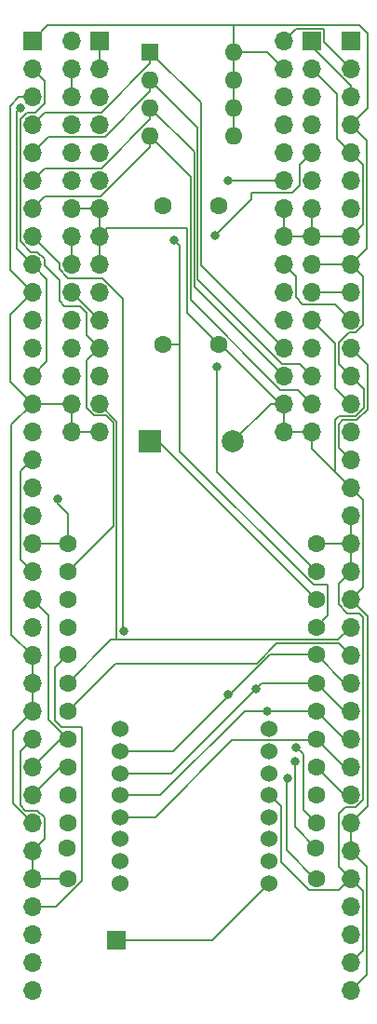
<source format=gtl>
%TF.GenerationSoftware,KiCad,Pcbnew,(6.0.5)*%
%TF.CreationDate,2022-06-27T00:12:11-04:00*%
%TF.ProjectId,sensor_node,73656e73-6f72-45f6-9e6f-64652e6b6963,rev?*%
%TF.SameCoordinates,Original*%
%TF.FileFunction,Copper,L1,Top*%
%TF.FilePolarity,Positive*%
%FSLAX46Y46*%
G04 Gerber Fmt 4.6, Leading zero omitted, Abs format (unit mm)*
G04 Created by KiCad (PCBNEW (6.0.5)) date 2022-06-27 00:12:11*
%MOMM*%
%LPD*%
G01*
G04 APERTURE LIST*
%TA.AperFunction,ComponentPad*%
%ADD10C,1.600000*%
%TD*%
%TA.AperFunction,ComponentPad*%
%ADD11R,1.600000X1.600000*%
%TD*%
%TA.AperFunction,ComponentPad*%
%ADD12O,1.600000X1.600000*%
%TD*%
%TA.AperFunction,ComponentPad*%
%ADD13C,1.524000*%
%TD*%
%TA.AperFunction,ComponentPad*%
%ADD14R,1.700000X1.700000*%
%TD*%
%TA.AperFunction,ComponentPad*%
%ADD15O,1.700000X1.700000*%
%TD*%
%TA.AperFunction,ComponentPad*%
%ADD16R,2.000000X2.000000*%
%TD*%
%TA.AperFunction,ComponentPad*%
%ADD17C,2.000000*%
%TD*%
%TA.AperFunction,ViaPad*%
%ADD18C,0.800000*%
%TD*%
%TA.AperFunction,Conductor*%
%ADD19C,0.150000*%
%TD*%
G04 APERTURE END LIST*
D10*
%TO.P,SW2,1,1*%
%TO.N,/BTN2*%
X142460000Y-88600000D03*
%TO.P,SW2,2,2*%
%TO.N,GND*%
X147540000Y-88600000D03*
%TO.P,SW2,3*%
%TO.N,N/C*%
X142460000Y-76000000D03*
%TO.P,SW2,4*%
X147540000Y-76000000D03*
%TD*%
D11*
%TO.P,SW3,1*%
%TO.N,/#SCK*%
X141266500Y-61986000D03*
D12*
%TO.P,SW3,2*%
%TO.N,/#SDA*%
X141266500Y-64526000D03*
%TO.P,SW3,3*%
%TO.N,/#A0*%
X141266500Y-67066000D03*
%TO.P,SW3,4*%
%TO.N,/#RST*%
X141266500Y-69606000D03*
%TO.P,SW3,5*%
%TO.N,GND*%
X148886500Y-69606000D03*
%TO.P,SW3,6*%
X148886500Y-67066000D03*
%TO.P,SW3,7*%
X148886500Y-64526000D03*
%TO.P,SW3,8*%
X148886500Y-61986000D03*
%TD*%
D13*
%TO.P,U6,1,GND*%
%TO.N,unconnected-(U6-Pad1)*%
X138538000Y-123572000D03*
%TO.P,U6,2,MISO*%
%TO.N,/MISO*%
X138538000Y-125572000D03*
%TO.P,U6,3,MOSI*%
%TO.N,/MOSI*%
X138538000Y-127572000D03*
%TO.P,U6,4,SCK*%
%TO.N,/SCK*%
X138538000Y-129572000D03*
%TO.P,U6,5,CS*%
%TO.N,/CS*%
X138538000Y-131572000D03*
%TO.P,U6,6,RST*%
%TO.N,unconnected-(U6-Pad6)*%
X138538000Y-133572000D03*
%TO.P,U6,7,DIO5*%
%TO.N,unconnected-(U6-Pad7)*%
X138538000Y-135572000D03*
%TO.P,U6,8,GND*%
%TO.N,GND*%
X138538000Y-137572000D03*
%TO.P,U6,9,DIO2*%
%TO.N,unconnected-(U6-Pad9)*%
X152138000Y-123572000D03*
%TO.P,U6,10,DIO1*%
%TO.N,unconnected-(U6-Pad10)*%
X152138000Y-125572000D03*
%TO.P,U6,11,DIO0*%
%TO.N,/DI0*%
X152138000Y-127572000D03*
%TO.P,U6,12,3.3V*%
%TO.N,+3V3*%
X152138000Y-129572000D03*
%TO.P,U6,13,DIO4*%
%TO.N,unconnected-(U6-Pad13)*%
X152138000Y-131572000D03*
%TO.P,U6,14,DIO3*%
%TO.N,unconnected-(U6-Pad14)*%
X152138000Y-133572000D03*
%TO.P,U6,15,GND*%
%TO.N,unconnected-(U6-Pad15)*%
X152138000Y-135572000D03*
%TO.P,U6,16,ANT*%
%TO.N,Net-(J1-Pad1)*%
X152138000Y-137572000D03*
%TD*%
D14*
%TO.P,U3,1,_EN2*%
%TO.N,/EN2*%
X136652000Y-60960000D03*
D15*
%TO.P,U3,2,IO_1*%
%TO.N,/IO_1*%
X134112000Y-60960000D03*
%TO.P,U3,3,EN2*%
%TO.N,/EN2*%
X136652000Y-63500000D03*
%TO.P,U3,4,RST2*%
%TO.N,/RST2*%
X134112000Y-63500000D03*
%TO.P,U3,5,3.3V*%
%TO.N,+3V3*%
X136652000Y-66040000D03*
%TO.P,U3,6,_RST2*%
%TO.N,/RST2*%
X134112000Y-66040000D03*
%TO.P,U3,7,33*%
%TO.N,/SCL1*%
X136652000Y-68580000D03*
%TO.P,U3,8,25*%
%TO.N,/SCL*%
X134112000Y-68580000D03*
%TO.P,U3,9,26*%
%TO.N,/SDA*%
X136652000Y-71120000D03*
%TO.P,U3,10,27*%
%TO.N,/X_1*%
X134112000Y-71120000D03*
%TO.P,U3,11,14*%
%TO.N,unconnected-(U3-Pad11)*%
X136652000Y-73660000D03*
%TO.P,U3,12,12*%
%TO.N,/WS28*%
X134112000Y-73660000D03*
%TO.P,U3,13,GND*%
%TO.N,GND*%
X136652000Y-76200000D03*
%TO.P,U3,14,GND*%
X134112000Y-76200000D03*
%TO.P,U3,15,GND*%
X136652000Y-78740000D03*
%TO.P,U3,16,_IO_2*%
%TO.N,/IO_2*%
X134112000Y-78740000D03*
%TO.P,U3,17,GND*%
%TO.N,GND*%
X136652000Y-81280000D03*
%TO.P,U3,18,IO_2*%
%TO.N,/IO_2*%
X134112000Y-81280000D03*
%TO.P,U3,19,IO_0*%
%TO.N,/IO_0*%
X136652000Y-83820000D03*
%TO.P,U3,20,IO_3*%
%TO.N,/IO_3*%
X134112000Y-83820000D03*
%TO.P,U3,21,_IO_3*%
X136652000Y-86360000D03*
%TO.P,U3,22,VP_36*%
%TO.N,/PIR0*%
X134112000Y-86360000D03*
%TO.P,U3,23,VN_39*%
%TO.N,/PIR1*%
X136652000Y-88900000D03*
%TO.P,U3,24,EN*%
%TO.N,/EN*%
X134112000Y-88900000D03*
%TO.P,U3,25,34*%
%TO.N,/PIR2*%
X136652000Y-91440000D03*
%TO.P,U3,26,35*%
%TO.N,/PIR3*%
X134112000Y-91440000D03*
%TO.P,U3,27,32*%
%TO.N,/SDA1*%
X136652000Y-93980000D03*
%TO.P,U3,28,3.3V*%
%TO.N,+3V3*%
X134112000Y-93980000D03*
%TO.P,U3,29,3.3V*%
X136652000Y-96520000D03*
%TO.P,U3,30,3.3V*%
X134112000Y-96520000D03*
%TD*%
D14*
%TO.P,U1,1,GND*%
%TO.N,GND*%
X130556000Y-60960000D03*
D15*
%TO.P,U1,2,VN_39*%
%TO.N,/PIR1*%
X130556000Y-63500000D03*
%TO.P,U1,3,3.3V*%
%TO.N,+3V3*%
X130556000Y-66040000D03*
%TO.P,U1,4,#SCK*%
%TO.N,/#SCK*%
X130556000Y-68580000D03*
%TO.P,U1,5,#SDA*%
%TO.N,/#SDA*%
X130556000Y-71120000D03*
%TO.P,U1,6,#A0*%
%TO.N,/#A0*%
X130556000Y-73660000D03*
%TO.P,U1,7,#RST*%
%TO.N,/#RST*%
X130556000Y-76200000D03*
%TO.P,U1,8,#CS*%
%TO.N,/#CS*%
X130556000Y-78740000D03*
%TO.P,U1,9,GND*%
%TO.N,GND*%
X130556000Y-81280000D03*
%TO.P,U1,10,3.3V*%
%TO.N,+3V3*%
X130556000Y-83820000D03*
%TO.P,U1,11,_SCL*%
%TO.N,/SDA*%
X130556000Y-86360000D03*
%TO.P,U1,12,_SDA*%
%TO.N,/SCL*%
X130556000Y-88900000D03*
%TO.P,U1,13,_GND*%
%TO.N,GND*%
X130556000Y-91440000D03*
%TO.P,U1,14,3.3V*%
%TO.N,+3V3*%
X130556000Y-93980000D03*
%TO.P,U1,15,GND*%
%TO.N,GND*%
X130556000Y-96520000D03*
%TO.P,U1,16,SCL*%
%TO.N,/SDA*%
X130556000Y-99060000D03*
%TO.P,U1,17,SDA*%
%TO.N,/SCL*%
X130556000Y-101600000D03*
%TO.P,U1,18,ADDR*%
%TO.N,unconnected-(U1-Pad18)*%
X130556000Y-104140000D03*
%TO.P,U1,19,VP_36*%
%TO.N,/PIR0*%
X130556000Y-106680000D03*
%TO.P,U1,20,SDA*%
%TO.N,/SDA*%
X130556000Y-109220000D03*
%TO.P,U1,21,SCL*%
%TO.N,/SCL*%
X130556000Y-111760000D03*
%TO.P,U1,22,GND*%
%TO.N,GND*%
X130556000Y-114300000D03*
%TO.P,U1,23,3.3V*%
%TO.N,+3V3*%
X130556000Y-116840000D03*
%TO.P,U1,24,_3.3V*%
X130556000Y-119380000D03*
%TO.P,U1,25,_3.3V*%
X130556000Y-121920000D03*
%TO.P,U1,26,_GND*%
%TO.N,GND*%
X130556000Y-124460000D03*
%TO.P,U1,27,SCL*%
%TO.N,/SCL*%
X130556000Y-127000000D03*
%TO.P,U1,28,SDA*%
%TO.N,/SDA*%
X130556000Y-129540000D03*
%TO.P,U1,29,3.3V*%
%TO.N,+3V3*%
X130556000Y-132080000D03*
%TO.P,U1,30,GND*%
%TO.N,GND*%
X130556000Y-134620000D03*
%TO.P,U1,31,GND*%
X130556000Y-137160000D03*
%TO.P,U1,32,35*%
%TO.N,/PIR3*%
X130556000Y-139700000D03*
%TO.P,U1,33,5V*%
%TO.N,unconnected-(U1-Pad33)*%
X130556000Y-142240000D03*
%TO.P,U1,34,5V*%
%TO.N,unconnected-(U1-Pad34)*%
X130556000Y-144780000D03*
%TO.P,U1,35,5V*%
%TO.N,unconnected-(U1-Pad35)*%
X130556000Y-147320000D03*
%TD*%
D10*
%TO.P,U2,1,VP_36*%
%TO.N,/PIR0*%
X133784000Y-106680000D03*
%TO.P,U2,2,VN_39*%
%TO.N,/PIR1*%
X133784000Y-109220000D03*
%TO.P,U2,3,EN*%
%TO.N,/EN*%
X133784000Y-111760000D03*
%TO.P,U2,4,34*%
%TO.N,/PIR2*%
X133784000Y-114300000D03*
%TO.P,U2,5,35*%
%TO.N,/PIR3*%
X133781759Y-116784827D03*
%TO.P,U2,6,32*%
%TO.N,/SDA1*%
X133784000Y-119380000D03*
%TO.P,U2,7,33*%
%TO.N,/SCL1*%
X133784000Y-121920000D03*
%TO.P,U2,8,25*%
%TO.N,/SCL*%
X133784000Y-124460000D03*
%TO.P,U2,9,26*%
%TO.N,/SDA*%
X133784000Y-127000000D03*
%TO.P,U2,10,27*%
%TO.N,/X_1*%
X133784000Y-129540000D03*
%TO.P,U2,11,14*%
%TO.N,/#CS*%
X133784000Y-132080000D03*
%TO.P,U2,12,12*%
%TO.N,/WS28*%
X133724345Y-134353448D03*
%TO.P,U2,13,GND*%
%TO.N,GND*%
X133784000Y-137160000D03*
%TO.P,U2,14,3.3V*%
%TO.N,+3V3*%
X156384000Y-106680000D03*
%TO.P,U2,15,22*%
%TO.N,/LED*%
X156384000Y-109220000D03*
%TO.P,U2,16,19*%
%TO.N,/BUZ1*%
X156384000Y-111760000D03*
%TO.P,U2,17,23*%
%TO.N,/BTN2*%
X156384000Y-114300000D03*
%TO.P,U2,18,18*%
%TO.N,/MISO*%
X156381759Y-116784827D03*
%TO.P,U2,19,5*%
%TO.N,/MOSI*%
X156384000Y-119380000D03*
%TO.P,U2,20,7*%
%TO.N,/SCK*%
X156384000Y-121920000D03*
%TO.P,U2,21,16*%
%TO.N,/CS*%
X156384000Y-124460000D03*
%TO.P,U2,22,4*%
%TO.N,/DIO*%
X156384000Y-127000000D03*
%TO.P,U2,23,0*%
%TO.N,/#SCK*%
X156384000Y-129540000D03*
%TO.P,U2,24,2*%
%TO.N,/#SDA*%
X156384000Y-132080000D03*
%TO.P,U2,25,15*%
%TO.N,/#A0*%
X156324345Y-134353448D03*
%TO.P,U2,26,13*%
%TO.N,/#RST*%
X156384000Y-137160000D03*
%TD*%
D14*
%TO.P,J1,1,Pin_1*%
%TO.N,Net-(J1-Pad1)*%
X138176000Y-142748000D03*
%TD*%
%TO.P,U4,1,_SCL*%
%TO.N,/SCL1*%
X155956000Y-60960000D03*
D15*
%TO.P,U4,2,_SDA*%
%TO.N,/SDA1*%
X153416000Y-60960000D03*
%TO.P,U4,3,3.3V*%
%TO.N,+3V3*%
X155956000Y-63500000D03*
%TO.P,U4,4,GND*%
%TO.N,GND*%
X153416000Y-63500000D03*
%TO.P,U4,5,23*%
%TO.N,/DIO*%
X155956000Y-66040000D03*
%TO.P,U4,6,X*%
%TO.N,unconnected-(U4-Pad6)*%
X153416000Y-66040000D03*
%TO.P,U4,7,22*%
%TO.N,/LED*%
X155956000Y-68580000D03*
%TO.P,U4,8,19*%
%TO.N,/BUZ1*%
X153416000Y-68580000D03*
%TO.P,U4,9,23*%
%TO.N,/BTN2*%
X155956000Y-71120000D03*
%TO.P,U4,10,18*%
%TO.N,/MISO*%
X153416000Y-71120000D03*
%TO.P,U4,11,5*%
%TO.N,/MOSI*%
X155956000Y-73660000D03*
%TO.P,U4,12,17*%
%TO.N,/X_1*%
X153416000Y-73660000D03*
%TO.P,U4,13,3.3V*%
%TO.N,+3V3*%
X155956000Y-76200000D03*
%TO.P,U4,14,3.3V*%
X153416000Y-76200000D03*
%TO.P,U4,15,3.3V*%
X155956000Y-78740000D03*
%TO.P,U4,16,_VCC*%
X153416000Y-78740000D03*
%TO.P,U4,17,_GND*%
%TO.N,GND*%
X155956000Y-81280000D03*
%TO.P,U4,18,SDA*%
%TO.N,/SDA1*%
X153416000Y-81280000D03*
%TO.P,U4,19,SCL*%
%TO.N,/SCL1*%
X155956000Y-83820000D03*
%TO.P,U4,20,GND*%
%TO.N,GND*%
X153416000Y-83820000D03*
%TO.P,U4,21,3.3V*%
%TO.N,+3V3*%
X155956000Y-86360000D03*
%TO.P,U4,22,16*%
%TO.N,/SCK*%
X153416000Y-86360000D03*
%TO.P,U4,23,4*%
%TO.N,/DIO*%
X155956000Y-88900000D03*
%TO.P,U4,24,0*%
%TO.N,/#SCK*%
X153416000Y-88900000D03*
%TO.P,U4,25,2*%
%TO.N,/#SDA*%
X155956000Y-91440000D03*
%TO.P,U4,26,15*%
%TO.N,/#A0*%
X153416000Y-91440000D03*
%TO.P,U4,27,13*%
%TO.N,/#RST*%
X155956000Y-93980000D03*
%TO.P,U4,28,GND*%
%TO.N,GND*%
X153416000Y-93980000D03*
%TO.P,U4,29,GND*%
X155956000Y-96520000D03*
%TO.P,U4,30,GND*%
X153416000Y-96520000D03*
%TD*%
D16*
%TO.P,BZ1,1,-*%
%TO.N,/BUZ1*%
X141234000Y-97400000D03*
D17*
%TO.P,BZ1,2,+*%
%TO.N,GND*%
X148834000Y-97400000D03*
%TD*%
D14*
%TO.P,U5,1,_X*%
%TO.N,unconnected-(U5-Pad1)*%
X159512000Y-60960000D03*
D15*
%TO.P,U5,2,SDA1*%
%TO.N,/SDA1*%
X159512000Y-63500000D03*
%TO.P,U5,3,SCL1*%
%TO.N,/SCL1*%
X159512000Y-66040000D03*
%TO.P,U5,4,GND*%
%TO.N,GND*%
X159512000Y-68580000D03*
%TO.P,U5,5,3.3V*%
%TO.N,+3V3*%
X159512000Y-71120000D03*
%TO.P,U5,6,SDA1*%
%TO.N,/SDA1*%
X159512000Y-73660000D03*
%TO.P,U5,7,SCL1*%
%TO.N,/SCL1*%
X159512000Y-76200000D03*
%TO.P,U5,8,3.3V*%
%TO.N,+3V3*%
X159512000Y-78740000D03*
%TO.P,U5,9,GND*%
%TO.N,GND*%
X159512000Y-81280000D03*
%TO.P,U5,10,_SCL1*%
%TO.N,/SCL1*%
X159512000Y-83820000D03*
%TO.P,U5,11,_SDA1*%
%TO.N,/SDA1*%
X159512000Y-86360000D03*
%TO.P,U5,12,_GND*%
%TO.N,/SCL1*%
X159512000Y-88900000D03*
%TO.P,U5,13,_3.3V*%
%TO.N,GND*%
X159512000Y-91440000D03*
%TO.P,U5,14,ADDR*%
%TO.N,+3V3*%
X159512000Y-93980000D03*
%TO.P,U5,15,SDA1*%
%TO.N,/SDA1*%
X159512000Y-96520000D03*
%TO.P,U5,16,SCL1*%
%TO.N,/SCL1*%
X159512000Y-99060000D03*
%TO.P,U5,17,GND*%
%TO.N,GND*%
X159512000Y-101600000D03*
%TO.P,U5,18,3.3V*%
%TO.N,+3V3*%
X159512000Y-104140000D03*
%TO.P,U5,19,_3.3V*%
X159512000Y-106680000D03*
%TO.P,U5,20,3.3V*%
X159512000Y-109220000D03*
%TO.P,U5,21,GND*%
%TO.N,GND*%
X159512000Y-111760000D03*
%TO.P,U5,22,SCL1*%
%TO.N,/SDA1*%
X159512000Y-114300000D03*
%TO.P,U5,23,SDA1*%
%TO.N,/SCL1*%
X159512000Y-116840000D03*
%TO.P,U5,24,MISO*%
%TO.N,/MISO*%
X159512000Y-119380000D03*
%TO.P,U5,25,MOSI*%
%TO.N,/MOSI*%
X159512000Y-121920000D03*
%TO.P,U5,26,CS*%
%TO.N,/SCK*%
X159512000Y-124460000D03*
%TO.P,U5,27,RST*%
%TO.N,/CS*%
X159512000Y-127000000D03*
%TO.P,U5,28,DIO*%
%TO.N,/DIO*%
X159512000Y-129540000D03*
%TO.P,U5,29,GND*%
%TO.N,GND*%
X159512000Y-132080000D03*
%TO.P,U5,30,GND*%
X159512000Y-134620000D03*
%TO.P,U5,31,3.3V*%
%TO.N,+3V3*%
X159512000Y-137160000D03*
%TO.P,U5,32,SDA1*%
%TO.N,/SCL1*%
X159512000Y-139700000D03*
%TO.P,U5,33,SCL1*%
%TO.N,/SDA1*%
X159512000Y-142240000D03*
%TO.P,U5,34,_3.3V*%
%TO.N,+3V3*%
X159512000Y-144780000D03*
%TO.P,U5,35,_GND*%
%TO.N,GND*%
X159512000Y-147320000D03*
%TD*%
D18*
%TO.N,/BTN2*%
X143500000Y-79100000D03*
X147200000Y-78700000D03*
%TO.N,GND*%
X129500000Y-67056000D03*
%TO.N,/PIR0*%
X132900000Y-102600000D03*
%TO.N,/X_1*%
X148336000Y-73660000D03*
%TO.N,/LED*%
X147320000Y-90600000D03*
%TO.N,/MISO*%
X148336000Y-120396000D03*
%TO.N,/MOSI*%
X150876000Y-119888000D03*
%TO.N,/#RST*%
X153807500Y-128016000D03*
%TO.N,/#A0*%
X154432000Y-126492000D03*
%TO.N,/#SDA*%
X154569500Y-125209989D03*
%TO.N,/#CS*%
X138900000Y-114700000D03*
%TO.N,/SCK*%
X151892000Y-121920000D03*
%TD*%
D19*
%TO.N,GND*%
X137392000Y-78000000D02*
X136652000Y-78740000D01*
X144663961Y-78000000D02*
X137392000Y-78000000D01*
X144663961Y-85723961D02*
X144663961Y-78000000D01*
X147540000Y-88600000D02*
X144663961Y-85723961D01*
%TO.N,/BTN2*%
X144000000Y-88600000D02*
X144000000Y-79600000D01*
X142460000Y-88600000D02*
X144000000Y-88600000D01*
X144000000Y-98320234D02*
X144000000Y-88600000D01*
X156123277Y-110443511D02*
X144000000Y-98320234D01*
X157433511Y-113250489D02*
X157433511Y-110443511D01*
X157433511Y-110443511D02*
X156123277Y-110443511D01*
X144000000Y-79600000D02*
X143500000Y-79100000D01*
X156384000Y-114300000D02*
X157433511Y-113250489D01*
X150522489Y-75377511D02*
X147200000Y-78700000D01*
X150522489Y-74759511D02*
X150522489Y-75377511D01*
%TO.N,GND*%
X153120000Y-93980000D02*
X153416000Y-93980000D01*
X147540000Y-88400000D02*
X153120000Y-93980000D01*
%TO.N,/LED*%
X147320000Y-100156000D02*
X156384000Y-109220000D01*
X147320000Y-90600000D02*
X147320000Y-100156000D01*
%TO.N,GND*%
X152254000Y-93980000D02*
X153416000Y-93980000D01*
%TO.N,/BUZ1*%
X142024000Y-97400000D02*
X156384000Y-111760000D01*
%TO.N,GND*%
X148834000Y-97400000D02*
X152254000Y-93980000D01*
%TO.N,/BUZ1*%
X141234000Y-97400000D02*
X142024000Y-97400000D01*
%TO.N,GND*%
X159397545Y-87459511D02*
X159967433Y-87459511D01*
X158087970Y-100175970D02*
X158087970Y-95404030D01*
X161036000Y-67056000D02*
X159512000Y-68580000D01*
X148886500Y-59613500D02*
X148939031Y-59560969D01*
X130556000Y-60960000D02*
X131955031Y-59560969D01*
X160711480Y-92639480D02*
X159512000Y-91440000D01*
X159512000Y-132080000D02*
X161036000Y-130556000D01*
X159512000Y-81280000D02*
X160961031Y-79830969D01*
X129456489Y-130486193D02*
X129456489Y-125559511D01*
X129131969Y-67424031D02*
X129500000Y-67056000D01*
X148886500Y-61986000D02*
X151902000Y-61986000D01*
X158242000Y-100330000D02*
X158087970Y-100175970D01*
X155956000Y-96520000D02*
X153416000Y-96520000D01*
X155956000Y-81280000D02*
X159512000Y-81280000D01*
X159967433Y-95079511D02*
X160711480Y-94335464D01*
X160961031Y-145870969D02*
X160961031Y-136069031D01*
X151902000Y-61986000D02*
X153416000Y-63500000D01*
X129131969Y-79855969D02*
X129131969Y-67990147D01*
X159512000Y-134620000D02*
X159512000Y-132080000D01*
X136870000Y-81498000D02*
X136652000Y-81280000D01*
X129950785Y-130980489D02*
X129456489Y-130486193D01*
X148886500Y-61986000D02*
X148886500Y-69606000D01*
X155956000Y-96520000D02*
X155956000Y-98044000D01*
X148886500Y-61986000D02*
X148886500Y-59613500D01*
X148939031Y-59560969D02*
X160311991Y-59560969D01*
X130556000Y-137160000D02*
X133784000Y-137160000D01*
X161036000Y-113284000D02*
X159512000Y-111760000D01*
X158412489Y-95079511D02*
X159967433Y-95079511D01*
X160961031Y-136069031D02*
X159512000Y-134620000D01*
X129131969Y-67990147D02*
X129131969Y-67424031D01*
X159512000Y-91440000D02*
X158412489Y-90340489D01*
X131900000Y-90096000D02*
X131900000Y-84254000D01*
X153416000Y-96520000D02*
X153416000Y-93980000D01*
X131011433Y-130980489D02*
X129950785Y-130980489D01*
X129456489Y-125559511D02*
X130556000Y-124460000D01*
X158242000Y-100330000D02*
X159512000Y-101600000D01*
X155956000Y-98044000D02*
X158242000Y-100330000D01*
X160961031Y-79830969D02*
X160961031Y-70029031D01*
X130556000Y-91440000D02*
X131900000Y-90096000D01*
X159967433Y-87459511D02*
X160611511Y-86815433D01*
X131955031Y-59560969D02*
X148939031Y-59560969D01*
X130556000Y-137160000D02*
X130556000Y-134620000D01*
X161036000Y-60284978D02*
X161036000Y-67056000D01*
X136652000Y-81280000D02*
X136652000Y-76200000D01*
X131655511Y-133520489D02*
X131655511Y-131624567D01*
X159512000Y-101600000D02*
X160611511Y-102699511D01*
X131900000Y-82624000D02*
X131900000Y-84300000D01*
X158087970Y-95404030D02*
X158412489Y-95079511D01*
X160311991Y-59560969D02*
X161036000Y-60284978D01*
X160611511Y-102699511D02*
X160611511Y-110660489D01*
X158412489Y-88444567D02*
X159397545Y-87459511D01*
X131655511Y-131624567D02*
X131011433Y-130980489D01*
X130556000Y-81280000D02*
X129131969Y-79855969D01*
X130556000Y-134620000D02*
X131655511Y-133520489D01*
X159512000Y-147320000D02*
X160961031Y-145870969D01*
X134112000Y-76200000D02*
X136652000Y-76200000D01*
X160711480Y-94335464D02*
X160711480Y-92639480D01*
X160611511Y-86815433D02*
X160611511Y-82379511D01*
X160611511Y-110660489D02*
X159512000Y-111760000D01*
X158412489Y-90340489D02*
X158412489Y-88444567D01*
X160961031Y-70029031D02*
X159512000Y-68580000D01*
X130556000Y-81280000D02*
X131900000Y-82624000D01*
X160611511Y-82379511D02*
X159512000Y-81280000D01*
X161036000Y-130556000D02*
X161036000Y-113284000D01*
%TO.N,/BTN2*%
X150522489Y-74759511D02*
X154212411Y-74759511D01*
X154856489Y-72219511D02*
X155956000Y-71120000D01*
X154212411Y-74759511D02*
X154856489Y-74115433D01*
X154856489Y-74115433D02*
X154856489Y-72219511D01*
%TO.N,/PIR1*%
X137946999Y-105057001D02*
X133784000Y-109220000D01*
X135500000Y-87748000D02*
X136652000Y-88900000D01*
X135500000Y-90052000D02*
X135500000Y-94347589D01*
X136652000Y-88900000D02*
X135500000Y-90052000D01*
X137946999Y-95698585D02*
X137946999Y-105057001D01*
X133012489Y-82751433D02*
X133012489Y-84616411D01*
X133496078Y-85100000D02*
X134900000Y-85100000D01*
X131655511Y-81394455D02*
X133012489Y-82751433D01*
X130810000Y-67480489D02*
X130100567Y-67480489D01*
X133012489Y-84616411D02*
X133496078Y-85100000D01*
X131011433Y-80180489D02*
X131655511Y-80824567D01*
X136206922Y-95054511D02*
X137302925Y-95054511D01*
X129456489Y-79195433D02*
X130441545Y-80180489D01*
X135500000Y-85700000D02*
X135500000Y-87748000D01*
X137302925Y-95054511D02*
X137946999Y-95698585D01*
X134900000Y-85100000D02*
X135500000Y-85700000D01*
X130556000Y-63500000D02*
X131655511Y-64599511D01*
X130441545Y-80180489D02*
X131011433Y-80180489D01*
X129456489Y-68124567D02*
X129456489Y-79195433D01*
X135500000Y-94347589D02*
X136206922Y-95054511D01*
X131655511Y-66634978D02*
X130810000Y-67480489D01*
X131655511Y-64599511D02*
X131655511Y-66634978D01*
X131655511Y-80824567D02*
X131655511Y-81394455D01*
X130100567Y-67480489D02*
X129456489Y-68124567D01*
%TO.N,+3V3*%
X160611511Y-113367511D02*
X160274000Y-113030000D01*
X159967433Y-130639511D02*
X160611511Y-129995433D01*
X158242000Y-65786000D02*
X158242000Y-69850000D01*
X128524000Y-68076000D02*
X128524000Y-81788000D01*
X158087969Y-88491969D02*
X158087969Y-92555969D01*
X128682481Y-114966481D02*
X130556000Y-116840000D01*
X130556000Y-132080000D02*
X128778000Y-130302000D01*
X160611511Y-72219511D02*
X159512000Y-71120000D01*
X159512000Y-109220000D02*
X159512000Y-104140000D01*
X134112000Y-96520000D02*
X134112000Y-93980000D01*
X153416000Y-78740000D02*
X155956000Y-78740000D01*
X156384000Y-106680000D02*
X159512000Y-106680000D01*
X160611511Y-77640489D02*
X160611511Y-72219511D01*
X160274000Y-113030000D02*
X159227056Y-113030000D01*
X155956000Y-63500000D02*
X158242000Y-65786000D01*
X128524000Y-85852000D02*
X128524000Y-91948000D01*
X160611511Y-129995433D02*
X160611511Y-113367511D01*
X160611511Y-143680489D02*
X159512000Y-144780000D01*
X129353919Y-66040000D02*
X128524000Y-66869919D01*
X130556000Y-93980000D02*
X134112000Y-93980000D01*
X134112000Y-96520000D02*
X136652000Y-96520000D01*
X159512000Y-78740000D02*
X160611511Y-77640489D01*
X158462489Y-138209511D02*
X155723022Y-138209511D01*
X153162000Y-130538406D02*
X152177961Y-129554367D01*
X130556000Y-83820000D02*
X128524000Y-85852000D01*
X158412489Y-110319511D02*
X159512000Y-109220000D01*
X128778000Y-130302000D02*
X128778000Y-123698000D01*
X128524000Y-81788000D02*
X130556000Y-83820000D01*
X159512000Y-137160000D02*
X160611511Y-138259511D01*
X128524000Y-66869919D02*
X128524000Y-68076000D01*
X155956000Y-78740000D02*
X159512000Y-78740000D01*
X128682481Y-95853519D02*
X128682481Y-114966481D01*
X158412489Y-136060489D02*
X158412489Y-131283589D01*
X159227056Y-113030000D02*
X158412489Y-112215433D01*
X130556000Y-93980000D02*
X128682481Y-95853519D01*
X158412489Y-131283589D02*
X159056567Y-130639511D01*
X158087969Y-92555969D02*
X159512000Y-93980000D01*
X155723022Y-138209511D02*
X153162000Y-135648489D01*
X160611511Y-138259511D02*
X160611511Y-143680489D01*
X130556000Y-121920000D02*
X130556000Y-116840000D01*
X128778000Y-123698000D02*
X130556000Y-121920000D01*
X155956000Y-76200000D02*
X155956000Y-78740000D01*
X159056567Y-130639511D02*
X159967433Y-130639511D01*
X155956000Y-86360000D02*
X158087969Y-88491969D01*
X153162000Y-135648489D02*
X153162000Y-130538406D01*
X158242000Y-69850000D02*
X159512000Y-71120000D01*
X128524000Y-91948000D02*
X130556000Y-93980000D01*
X159512000Y-137160000D02*
X158412489Y-136060489D01*
X129353919Y-66040000D02*
X130556000Y-66040000D01*
X159512000Y-137160000D02*
X158462489Y-138209511D01*
X158412489Y-112215433D02*
X158412489Y-110319511D01*
X153416000Y-76200000D02*
X153416000Y-78740000D01*
%TO.N,/SDA*%
X129481489Y-100134511D02*
X130556000Y-99060000D01*
X129481489Y-108145489D02*
X129481489Y-100134511D01*
X133096000Y-127000000D02*
X133784000Y-127000000D01*
X130556000Y-129540000D02*
X133096000Y-127000000D01*
X130556000Y-109220000D02*
X129481489Y-108145489D01*
%TO.N,/SCL*%
X132000000Y-113204000D02*
X130556000Y-111760000D01*
X133784000Y-124460000D02*
X132000000Y-122676000D01*
X133096000Y-124460000D02*
X133784000Y-124460000D01*
X132000000Y-122676000D02*
X132000000Y-113204000D01*
X130556000Y-127000000D02*
X133096000Y-124460000D01*
%TO.N,/PIR0*%
X133784000Y-103984000D02*
X132900000Y-103100000D01*
X132900000Y-103100000D02*
X132900000Y-102600000D01*
X130556000Y-106680000D02*
X133784000Y-106680000D01*
X133784000Y-106680000D02*
X133784000Y-103984000D01*
%TO.N,/PIR3*%
X133781759Y-116784827D02*
X132600000Y-117966586D01*
X132600000Y-122817060D02*
X133182940Y-123400000D01*
X130556000Y-139700000D02*
X132728234Y-139700000D01*
X133182940Y-123400000D02*
X135100000Y-123400000D01*
X132600000Y-117966586D02*
X132600000Y-122817060D01*
X135100000Y-137328234D02*
X135100000Y-123400000D01*
X132728234Y-139700000D02*
X135100000Y-137328234D01*
%TO.N,/SDA1*%
X136652000Y-93980000D02*
X138246519Y-95574519D01*
X138246519Y-95574519D02*
X138246519Y-115425073D01*
X157055511Y-59860489D02*
X157055511Y-61043511D01*
X155735796Y-115435796D02*
X153264204Y-115435796D01*
X155159589Y-84919511D02*
X154515511Y-84275433D01*
X133784000Y-119380000D02*
X137728204Y-115435796D01*
X157055511Y-61043511D02*
X159512000Y-63500000D01*
X159512000Y-114300000D02*
X158376204Y-115435796D01*
X154515511Y-59860489D02*
X157055511Y-59860489D01*
X153416000Y-60960000D02*
X154515511Y-59860489D01*
X158071511Y-84919511D02*
X155159589Y-84919511D01*
X137728204Y-115435796D02*
X138235796Y-115435796D01*
X154515511Y-84275433D02*
X154515511Y-82379511D01*
X154515511Y-82379511D02*
X153416000Y-81280000D01*
X138246519Y-115425073D02*
X138235796Y-115435796D01*
X159512000Y-86360000D02*
X158071511Y-84919511D01*
X138235796Y-115435796D02*
X153300000Y-115435797D01*
X158376204Y-115435796D02*
X155735796Y-115435796D01*
%TO.N,/SCL1*%
X158808511Y-95445489D02*
X159957078Y-95445489D01*
X161036000Y-90424000D02*
X159512000Y-88900000D01*
X159512000Y-65054944D02*
X159512000Y-66040000D01*
X158432316Y-115760316D02*
X159512000Y-116840000D01*
X152802098Y-115760316D02*
X158432316Y-115760316D01*
X158412489Y-95841511D02*
X158808511Y-95445489D01*
X155956000Y-61498944D02*
X159512000Y-65054944D01*
X159512000Y-99060000D02*
X158412489Y-97960489D01*
X138104000Y-117600000D02*
X150962414Y-117600000D01*
X155956000Y-83820000D02*
X159512000Y-83820000D01*
X133784000Y-121920000D02*
X138104000Y-117600000D01*
X159957078Y-95445489D02*
X160095750Y-95445489D01*
X155956000Y-60960000D02*
X155956000Y-61498944D01*
X160095750Y-95445489D02*
X161044620Y-94496620D01*
X158412489Y-97960489D02*
X158412489Y-95841511D01*
X150962414Y-117600000D02*
X152802098Y-115760316D01*
X161036000Y-94488000D02*
X161036000Y-90424000D01*
%TO.N,/X_1*%
X148336000Y-73660000D02*
X153416000Y-73660000D01*
%TO.N,/MISO*%
X158976932Y-119380000D02*
X159512000Y-119380000D01*
X143414000Y-125572000D02*
X152201173Y-116784827D01*
X152201173Y-116784827D02*
X156381759Y-116784827D01*
X138538000Y-125572000D02*
X143414000Y-125572000D01*
X156381759Y-116784827D02*
X158976932Y-119380000D01*
%TO.N,/MOSI*%
X151384000Y-119380000D02*
X156384000Y-119380000D01*
X158924000Y-121920000D02*
X159512000Y-121920000D01*
X138538000Y-127572000D02*
X143192000Y-127572000D01*
X143192000Y-127572000D02*
X151384000Y-119380000D01*
X156384000Y-119380000D02*
X158924000Y-121920000D01*
%TO.N,/CS*%
X148718511Y-124585489D02*
X156258511Y-124585489D01*
X141732000Y-131572000D02*
X148718511Y-124585489D01*
X156384000Y-124460000D02*
X158924000Y-127000000D01*
X158924000Y-127000000D02*
X159512000Y-127000000D01*
X156258511Y-124585489D02*
X156384000Y-124460000D01*
X138538000Y-131572000D02*
X141732000Y-131572000D01*
%TO.N,/#RST*%
X153670000Y-128153500D02*
X153670000Y-134549478D01*
X153670000Y-134549478D02*
X156280522Y-137160000D01*
X141266500Y-69606000D02*
X144963481Y-73302981D01*
X144963481Y-84542425D02*
X153131056Y-92710000D01*
X154686000Y-92710000D02*
X155956000Y-93980000D01*
X130556000Y-76200000D02*
X131655511Y-75100489D01*
X136766455Y-75100489D02*
X141266500Y-70600444D01*
X153131056Y-92710000D02*
X154686000Y-92710000D01*
X141266500Y-70600444D02*
X141266500Y-69606000D01*
X153807500Y-128016000D02*
X153670000Y-128153500D01*
X144963481Y-73302981D02*
X144963481Y-84542425D01*
X131655511Y-75100489D02*
X136766455Y-75100489D01*
X156280522Y-137160000D02*
X156384000Y-137160000D01*
%TO.N,/DIO*%
X158924000Y-129540000D02*
X159512000Y-129540000D01*
X156384000Y-127000000D02*
X158924000Y-129540000D01*
%TO.N,/EN2*%
X136652000Y-60960000D02*
X136652000Y-63500000D01*
%TO.N,/RST2*%
X134112000Y-63500000D02*
X134112000Y-66040000D01*
%TO.N,/IO_2*%
X134112000Y-81280000D02*
X134112000Y-78740000D01*
%TO.N,/IO_3*%
X134112000Y-83820000D02*
X136652000Y-86360000D01*
%TO.N,/#A0*%
X136827777Y-72560489D02*
X141266500Y-68121766D01*
X154432000Y-126492000D02*
X154432000Y-132461103D01*
X141266500Y-67066000D02*
X145288000Y-71087500D01*
X141266500Y-68121766D02*
X141266500Y-67066000D01*
X154432000Y-132461103D02*
X156324345Y-134353448D01*
X145288000Y-71087500D02*
X145288000Y-83312000D01*
X145288000Y-83312000D02*
X153416000Y-91440000D01*
X130556000Y-73660000D02*
X131655511Y-72560489D01*
X131655511Y-72560489D02*
X136827777Y-72560489D01*
%TO.N,/#SDA*%
X141266500Y-65581766D02*
X141266500Y-64526000D01*
X154856489Y-90340489D02*
X155956000Y-91440000D01*
X155194000Y-130890000D02*
X156384000Y-132080000D01*
X130556000Y-71120000D02*
X131996489Y-69679511D01*
X141266500Y-64526000D02*
X145587520Y-68847020D01*
X137168755Y-69679511D02*
X141266500Y-65581766D01*
X131996489Y-69679511D02*
X132163511Y-69679511D01*
X154569500Y-125209989D02*
X155194000Y-125834489D01*
X153301545Y-90340489D02*
X154856489Y-90340489D01*
X145587520Y-82626464D02*
X153301545Y-90340489D01*
X132163511Y-69679511D02*
X137168755Y-69679511D01*
X145587520Y-68847020D02*
X145587520Y-82626464D01*
X155194000Y-125834489D02*
X155194000Y-130890000D01*
%TO.N,/#SCK*%
X145887040Y-81371040D02*
X153416000Y-88900000D01*
X141266500Y-63041766D02*
X141266500Y-61986000D01*
X130556000Y-68580000D02*
X131655511Y-67480489D01*
X145887040Y-66606540D02*
X145887040Y-81371040D01*
X136827777Y-67480489D02*
X141266500Y-63041766D01*
X131655511Y-67480489D02*
X136827777Y-67480489D01*
X141266500Y-61986000D02*
X145887040Y-66606540D01*
%TO.N,/#CS*%
X138819477Y-84432533D02*
X138819477Y-87003477D01*
X133012489Y-81196489D02*
X130556000Y-78740000D01*
X138900000Y-114700000D02*
X138819477Y-114619477D01*
X138819477Y-114619477D02*
X138819477Y-87003477D01*
X134737922Y-82550000D02*
X133827056Y-82550000D01*
X133012489Y-81735433D02*
X133012489Y-81196489D01*
X133827056Y-82550000D02*
X133012489Y-81735433D01*
X136936944Y-82550000D02*
X138819477Y-84432533D01*
X134737922Y-82550000D02*
X136936944Y-82550000D01*
%TO.N,/SCK*%
X156384000Y-121920000D02*
X158924000Y-124460000D01*
X138538000Y-129572000D02*
X142208000Y-129572000D01*
X158924000Y-124460000D02*
X159512000Y-124460000D01*
X149860000Y-121920000D02*
X156384000Y-121920000D01*
X142208000Y-129572000D02*
X149860000Y-121920000D01*
%TO.N,Net-(J1-Pad1)*%
X138176000Y-142748000D02*
X146962000Y-142748000D01*
X146962000Y-142748000D02*
X152138000Y-137572000D01*
%TD*%
M02*

</source>
